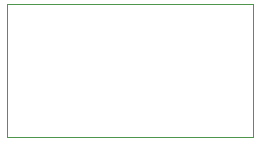
<source format=gbr>
%TF.GenerationSoftware,KiCad,Pcbnew,(5.99.0-2965-g3673c2369)*%
%TF.CreationDate,2020-08-26T10:35:25+03:00*%
%TF.ProjectId,pimentero,70696d65-6e74-4657-926f-2e6b69636164,rev?*%
%TF.SameCoordinates,Original*%
%TF.FileFunction,Profile,NP*%
%FSLAX46Y46*%
G04 Gerber Fmt 4.6, Leading zero omitted, Abs format (unit mm)*
G04 Created by KiCad (PCBNEW (5.99.0-2965-g3673c2369)) date 2020-08-26 10:35:25*
%MOMM*%
%LPD*%
G01*
G04 APERTURE LIST*
%TA.AperFunction,Profile*%
%ADD10C,0.100000*%
%TD*%
G04 APERTURE END LIST*
D10*
X102997000Y-66421000D02*
X123825000Y-66421000D01*
X123825000Y-66421000D02*
X123825000Y-77724000D01*
X123825000Y-77724000D02*
X102997000Y-77724000D01*
X102997000Y-77724000D02*
X102997000Y-66421000D01*
M02*

</source>
